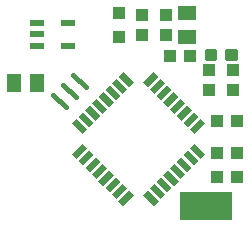
<source format=gtp>
G75*
%MOIN*%
%OFA0B0*%
%FSLAX25Y25*%
%IPPOS*%
%LPD*%
%AMOC8*
5,1,8,0,0,1.08239X$1,22.5*
%
%ADD10R,0.04331X0.03937*%
%ADD11R,0.03937X0.04331*%
%ADD12R,0.06299X0.05118*%
%ADD13R,0.05118X0.06299*%
%ADD14R,0.04724X0.02165*%
%ADD15R,0.03937X0.03937*%
%ADD16C,0.01772*%
%ADD17R,0.05000X0.02500*%
%ADD18R,0.09000X0.09600*%
%ADD19R,0.05000X0.02200*%
%ADD20R,0.02200X0.05000*%
%ADD21C,0.01181*%
D10*
X0083754Y0044800D03*
X0090446Y0044800D03*
X0090446Y0052700D03*
X0083754Y0052700D03*
X0083754Y0063600D03*
X0090446Y0063600D03*
X0074746Y0085100D03*
X0068054Y0085100D03*
D11*
X0066600Y0092254D03*
X0066600Y0098946D03*
X0058800Y0098946D03*
X0058800Y0092254D03*
X0081200Y0080446D03*
X0081200Y0073754D03*
X0089200Y0073754D03*
X0089200Y0080446D03*
D12*
X0073800Y0091663D03*
X0073800Y0099537D03*
D13*
X0023837Y0076100D03*
X0015963Y0076100D03*
D14*
X0023881Y0088660D03*
X0023881Y0092400D03*
X0023881Y0096140D03*
X0034119Y0096140D03*
X0034119Y0088660D03*
D15*
X0051100Y0091663D03*
X0051100Y0099537D03*
D16*
X0035916Y0078866D02*
X0039966Y0074816D01*
X0036625Y0071475D02*
X0032575Y0075525D01*
X0029234Y0072184D02*
X0033284Y0068134D01*
D17*
X0075900Y0036722D03*
X0075900Y0033478D03*
X0084400Y0033478D03*
X0084400Y0036722D03*
D18*
X0084400Y0035100D03*
X0075900Y0035100D03*
D19*
G36*
X0069426Y0041991D02*
X0065892Y0045525D01*
X0067448Y0047081D01*
X0070982Y0043547D01*
X0069426Y0041991D01*
G37*
G36*
X0067198Y0039764D02*
X0063664Y0043298D01*
X0065220Y0044854D01*
X0068754Y0041320D01*
X0067198Y0039764D01*
G37*
G36*
X0064971Y0037537D02*
X0061437Y0041071D01*
X0062993Y0042627D01*
X0066527Y0039093D01*
X0064971Y0037537D01*
G37*
G36*
X0062744Y0035310D02*
X0059210Y0038844D01*
X0060766Y0040400D01*
X0064300Y0036866D01*
X0062744Y0035310D01*
G37*
G36*
X0071653Y0044218D02*
X0068119Y0047752D01*
X0069675Y0049308D01*
X0073209Y0045774D01*
X0071653Y0044218D01*
G37*
G36*
X0073880Y0046446D02*
X0070346Y0049980D01*
X0071902Y0051536D01*
X0075436Y0048002D01*
X0073880Y0046446D01*
G37*
G36*
X0076107Y0048673D02*
X0072573Y0052207D01*
X0074129Y0053763D01*
X0077663Y0050229D01*
X0076107Y0048673D01*
G37*
G36*
X0078334Y0050900D02*
X0074800Y0054434D01*
X0076356Y0055990D01*
X0079890Y0052456D01*
X0078334Y0050900D01*
G37*
G36*
X0054434Y0074800D02*
X0050900Y0078334D01*
X0052456Y0079890D01*
X0055990Y0076356D01*
X0054434Y0074800D01*
G37*
G36*
X0052207Y0072573D02*
X0048673Y0076107D01*
X0050229Y0077663D01*
X0053763Y0074129D01*
X0052207Y0072573D01*
G37*
G36*
X0049980Y0070346D02*
X0046446Y0073880D01*
X0048002Y0075436D01*
X0051536Y0071902D01*
X0049980Y0070346D01*
G37*
G36*
X0047752Y0068119D02*
X0044218Y0071653D01*
X0045774Y0073209D01*
X0049308Y0069675D01*
X0047752Y0068119D01*
G37*
G36*
X0045525Y0065892D02*
X0041991Y0069426D01*
X0043547Y0070982D01*
X0047081Y0067448D01*
X0045525Y0065892D01*
G37*
G36*
X0043298Y0063664D02*
X0039764Y0067198D01*
X0041320Y0068754D01*
X0044854Y0065220D01*
X0043298Y0063664D01*
G37*
G36*
X0041071Y0061437D02*
X0037537Y0064971D01*
X0039093Y0066527D01*
X0042627Y0062993D01*
X0041071Y0061437D01*
G37*
G36*
X0038844Y0059210D02*
X0035310Y0062744D01*
X0036866Y0064300D01*
X0040400Y0060766D01*
X0038844Y0059210D01*
G37*
D20*
G36*
X0043547Y0044218D02*
X0041991Y0045774D01*
X0045525Y0049308D01*
X0047081Y0047752D01*
X0043547Y0044218D01*
G37*
G36*
X0045774Y0041991D02*
X0044218Y0043547D01*
X0047752Y0047081D01*
X0049308Y0045525D01*
X0045774Y0041991D01*
G37*
G36*
X0048002Y0039764D02*
X0046446Y0041320D01*
X0049980Y0044854D01*
X0051536Y0043298D01*
X0048002Y0039764D01*
G37*
G36*
X0050229Y0037537D02*
X0048673Y0039093D01*
X0052207Y0042627D01*
X0053763Y0041071D01*
X0050229Y0037537D01*
G37*
G36*
X0052456Y0035310D02*
X0050900Y0036866D01*
X0054434Y0040400D01*
X0055990Y0038844D01*
X0052456Y0035310D01*
G37*
G36*
X0041320Y0046446D02*
X0039764Y0048002D01*
X0043298Y0051536D01*
X0044854Y0049980D01*
X0041320Y0046446D01*
G37*
G36*
X0039093Y0048673D02*
X0037537Y0050229D01*
X0041071Y0053763D01*
X0042627Y0052207D01*
X0039093Y0048673D01*
G37*
G36*
X0036866Y0050900D02*
X0035310Y0052456D01*
X0038844Y0055990D01*
X0040400Y0054434D01*
X0036866Y0050900D01*
G37*
G36*
X0060766Y0074800D02*
X0059210Y0076356D01*
X0062744Y0079890D01*
X0064300Y0078334D01*
X0060766Y0074800D01*
G37*
G36*
X0062993Y0072573D02*
X0061437Y0074129D01*
X0064971Y0077663D01*
X0066527Y0076107D01*
X0062993Y0072573D01*
G37*
G36*
X0065220Y0070346D02*
X0063664Y0071902D01*
X0067198Y0075436D01*
X0068754Y0073880D01*
X0065220Y0070346D01*
G37*
G36*
X0067448Y0068119D02*
X0065892Y0069675D01*
X0069426Y0073209D01*
X0070982Y0071653D01*
X0067448Y0068119D01*
G37*
G36*
X0069675Y0065892D02*
X0068119Y0067448D01*
X0071653Y0070982D01*
X0073209Y0069426D01*
X0069675Y0065892D01*
G37*
G36*
X0071902Y0063664D02*
X0070346Y0065220D01*
X0073880Y0068754D01*
X0075436Y0067198D01*
X0071902Y0063664D01*
G37*
G36*
X0074129Y0061437D02*
X0072573Y0062993D01*
X0076107Y0066527D01*
X0077663Y0064971D01*
X0074129Y0061437D01*
G37*
G36*
X0076356Y0059210D02*
X0074800Y0060766D01*
X0078334Y0064300D01*
X0079890Y0062744D01*
X0076356Y0059210D01*
G37*
D21*
X0083025Y0084022D02*
X0083025Y0086778D01*
X0083025Y0084022D02*
X0080269Y0084022D01*
X0080269Y0086778D01*
X0083025Y0086778D01*
X0083025Y0085202D02*
X0080269Y0085202D01*
X0080269Y0086382D02*
X0083025Y0086382D01*
X0089931Y0086778D02*
X0089931Y0084022D01*
X0087175Y0084022D01*
X0087175Y0086778D01*
X0089931Y0086778D01*
X0089931Y0085202D02*
X0087175Y0085202D01*
X0087175Y0086382D02*
X0089931Y0086382D01*
M02*

</source>
